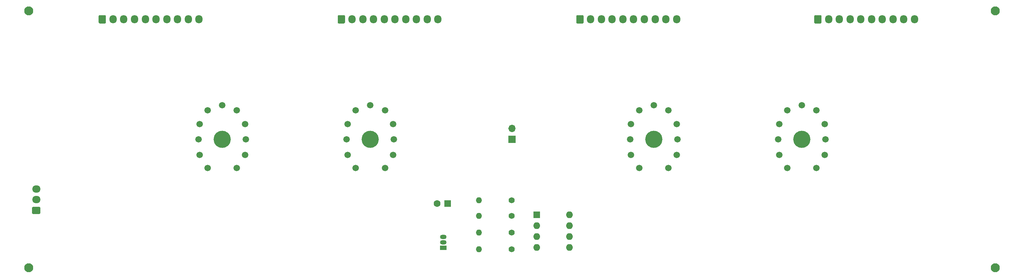
<source format=gbr>
%TF.GenerationSoftware,KiCad,Pcbnew,5.1.9+dfsg1-1+deb11u1*%
%TF.CreationDate,2023-01-31T21:53:36+08:00*%
%TF.ProjectId,QS27_1,51533237-5f31-42e6-9b69-6361645f7063,v1.0*%
%TF.SameCoordinates,Original*%
%TF.FileFunction,Soldermask,Bot*%
%TF.FilePolarity,Negative*%
%FSLAX46Y46*%
G04 Gerber Fmt 4.6, Leading zero omitted, Abs format (unit mm)*
G04 Created by KiCad (PCBNEW 5.1.9+dfsg1-1+deb11u1) date 2023-01-31 21:53:36*
%MOMM*%
%LPD*%
G01*
G04 APERTURE LIST*
%ADD10C,2.100000*%
%ADD11R,1.600000X1.600000*%
%ADD12O,1.600000X1.600000*%
%ADD13C,1.400000*%
%ADD14O,1.400000X1.400000*%
%ADD15O,1.500000X1.050000*%
%ADD16R,1.500000X1.050000*%
%ADD17C,1.500000*%
%ADD18C,4.000000*%
%ADD19O,1.700000X1.700000*%
%ADD20R,1.700000X1.700000*%
%ADD21O,1.950000X1.700000*%
%ADD22O,1.700000X1.950000*%
%ADD23C,1.600000*%
G04 APERTURE END LIST*
D10*
%TO.C,REF\u002A\u002A*%
X96900000Y-124400000D03*
%TD*%
%TO.C,REF\u002A\u002A*%
X96900000Y-184350000D03*
%TD*%
%TO.C,REF\u002A\u002A*%
X321900000Y-184350000D03*
%TD*%
%TO.C,REF\u002A\u002A*%
X321900000Y-124400000D03*
%TD*%
D11*
%TO.C,U1*%
X215100000Y-171950000D03*
D12*
X222720000Y-179570000D03*
X215100000Y-174490000D03*
X222720000Y-177030000D03*
X215100000Y-177030000D03*
X222720000Y-174490000D03*
X215100000Y-179570000D03*
X222720000Y-171950000D03*
%TD*%
D13*
%TO.C,R4*%
X209300000Y-168600000D03*
D14*
X201680000Y-168600000D03*
%TD*%
D13*
%TO.C,R3*%
X209300000Y-172250000D03*
D14*
X201680000Y-172250000D03*
%TD*%
D13*
%TO.C,R2*%
X209300000Y-176150000D03*
D14*
X201680000Y-176150000D03*
%TD*%
D13*
%TO.C,R1*%
X209270000Y-180050000D03*
D14*
X201650000Y-180050000D03*
%TD*%
D15*
%TO.C,Q1*%
X193350000Y-178430000D03*
X193350000Y-177160000D03*
D16*
X193350000Y-179700000D03*
%TD*%
D17*
%TO.C,NX4*%
X276875000Y-146375000D03*
X273475000Y-147575000D03*
X282375000Y-154375000D03*
X282175000Y-150775000D03*
X280275000Y-147575000D03*
X271575000Y-150775000D03*
X271375000Y-154375000D03*
X271575000Y-157975000D03*
X273475000Y-161075000D03*
X280275000Y-161075000D03*
X282175000Y-157975000D03*
D18*
X276875000Y-154375000D03*
%TD*%
D17*
%TO.C,NX3*%
X242400000Y-146375000D03*
X239000000Y-147575000D03*
X247900000Y-154375000D03*
X247700000Y-150775000D03*
X245800000Y-147575000D03*
X237100000Y-150775000D03*
X236900000Y-154375000D03*
X237100000Y-157975000D03*
X239000000Y-161075000D03*
X245800000Y-161075000D03*
X247700000Y-157975000D03*
D18*
X242400000Y-154375000D03*
%TD*%
D17*
%TO.C,NX2*%
X176400000Y-146375000D03*
X173000000Y-147575000D03*
X181900000Y-154375000D03*
X181700000Y-150775000D03*
X179800000Y-147575000D03*
X171100000Y-150775000D03*
X170900000Y-154375000D03*
X171100000Y-157975000D03*
X173000000Y-161075000D03*
X179800000Y-161075000D03*
X181700000Y-157975000D03*
D18*
X176400000Y-154375000D03*
%TD*%
D17*
%TO.C,NX1*%
X141925000Y-146375000D03*
X138525000Y-147575000D03*
X147425000Y-154375000D03*
X147225000Y-150775000D03*
X145325000Y-147575000D03*
X136625000Y-150775000D03*
X136425000Y-154375000D03*
X136625000Y-157975000D03*
X138525000Y-161075000D03*
X145325000Y-161075000D03*
X147225000Y-157975000D03*
D18*
X141925000Y-154375000D03*
%TD*%
D19*
%TO.C,NE1*%
X209400000Y-151835000D03*
D20*
X209400000Y-154375000D03*
%TD*%
D21*
%TO.C,J5*%
X98600000Y-165950000D03*
X98600000Y-168450000D03*
G36*
G01*
X99325000Y-171800000D02*
X97875000Y-171800000D01*
G75*
G02*
X97625000Y-171550000I0J250000D01*
G01*
X97625000Y-170350000D01*
G75*
G02*
X97875000Y-170100000I250000J0D01*
G01*
X99325000Y-170100000D01*
G75*
G02*
X99575000Y-170350000I0J-250000D01*
G01*
X99575000Y-171550000D01*
G75*
G02*
X99325000Y-171800000I-250000J0D01*
G01*
G37*
%TD*%
D22*
%TO.C,J4*%
X303100000Y-126350000D03*
X300600000Y-126350000D03*
X298100000Y-126350000D03*
X295600000Y-126350000D03*
X293100000Y-126350000D03*
X290600000Y-126350000D03*
X288100000Y-126350000D03*
X285600000Y-126350000D03*
X283100000Y-126350000D03*
G36*
G01*
X279750000Y-127075000D02*
X279750000Y-125625000D01*
G75*
G02*
X280000000Y-125375000I250000J0D01*
G01*
X281200000Y-125375000D01*
G75*
G02*
X281450000Y-125625000I0J-250000D01*
G01*
X281450000Y-127075000D01*
G75*
G02*
X281200000Y-127325000I-250000J0D01*
G01*
X280000000Y-127325000D01*
G75*
G02*
X279750000Y-127075000I0J250000D01*
G01*
G37*
%TD*%
%TO.C,J3*%
X247700000Y-126350000D03*
X245200000Y-126350000D03*
X242700000Y-126350000D03*
X240200000Y-126350000D03*
X237700000Y-126350000D03*
X235200000Y-126350000D03*
X232700000Y-126350000D03*
X230200000Y-126350000D03*
X227700000Y-126350000D03*
G36*
G01*
X224350000Y-127075000D02*
X224350000Y-125625000D01*
G75*
G02*
X224600000Y-125375000I250000J0D01*
G01*
X225800000Y-125375000D01*
G75*
G02*
X226050000Y-125625000I0J-250000D01*
G01*
X226050000Y-127075000D01*
G75*
G02*
X225800000Y-127325000I-250000J0D01*
G01*
X224600000Y-127325000D01*
G75*
G02*
X224350000Y-127075000I0J250000D01*
G01*
G37*
%TD*%
%TO.C,J2*%
X192150000Y-126350000D03*
X189650000Y-126350000D03*
X187150000Y-126350000D03*
X184650000Y-126350000D03*
X182150000Y-126350000D03*
X179650000Y-126350000D03*
X177150000Y-126350000D03*
X174650000Y-126350000D03*
X172150000Y-126350000D03*
G36*
G01*
X168800000Y-127075000D02*
X168800000Y-125625000D01*
G75*
G02*
X169050000Y-125375000I250000J0D01*
G01*
X170250000Y-125375000D01*
G75*
G02*
X170500000Y-125625000I0J-250000D01*
G01*
X170500000Y-127075000D01*
G75*
G02*
X170250000Y-127325000I-250000J0D01*
G01*
X169050000Y-127325000D01*
G75*
G02*
X168800000Y-127075000I0J250000D01*
G01*
G37*
%TD*%
%TO.C,J1*%
X136500000Y-126350000D03*
X134000000Y-126350000D03*
X131500000Y-126350000D03*
X129000000Y-126350000D03*
X126500000Y-126350000D03*
X124000000Y-126350000D03*
X121500000Y-126350000D03*
X119000000Y-126350000D03*
X116500000Y-126350000D03*
G36*
G01*
X113150000Y-127075000D02*
X113150000Y-125625000D01*
G75*
G02*
X113400000Y-125375000I250000J0D01*
G01*
X114600000Y-125375000D01*
G75*
G02*
X114850000Y-125625000I0J-250000D01*
G01*
X114850000Y-127075000D01*
G75*
G02*
X114600000Y-127325000I-250000J0D01*
G01*
X113400000Y-127325000D01*
G75*
G02*
X113150000Y-127075000I0J250000D01*
G01*
G37*
%TD*%
D11*
%TO.C,C1*%
X194400000Y-169350000D03*
D23*
X191900000Y-169350000D03*
%TD*%
M02*

</source>
